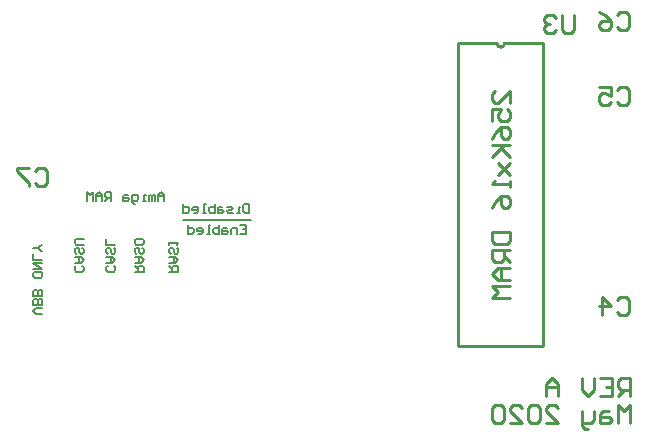
<source format=gbo>
G04 Layer_Color=13813960*
%FSLAX24Y24*%
%MOIN*%
G70*
G01*
G75*
%ADD13C,0.0100*%
%ADD23C,0.0060*%
%ADD32C,0.0050*%
D13*
X31100Y38200D02*
G03*
X31350Y38200I125J0D01*
G01*
X32650Y28107D02*
Y38200D01*
X29800Y28107D02*
X32650D01*
X29800D02*
Y38200D01*
X31075D01*
X31375D02*
X32650D01*
X31075D02*
X31100D01*
X31350D02*
X31475D01*
X35100Y29650D02*
X35200Y29750D01*
X35400D01*
X35500Y29650D01*
Y29250D01*
X35400Y29150D01*
X35200D01*
X35100Y29250D01*
X34600Y29150D02*
Y29750D01*
X34900Y29450D01*
X34500D01*
X35100Y36650D02*
X35200Y36750D01*
X35400D01*
X35500Y36650D01*
Y36250D01*
X35400Y36150D01*
X35200D01*
X35100Y36250D01*
X34500Y36750D02*
X34900D01*
Y36450D01*
X34700Y36550D01*
X34600D01*
X34500Y36450D01*
Y36250D01*
X34600Y36150D01*
X34800D01*
X34900Y36250D01*
X35100Y39150D02*
X35200Y39250D01*
X35400D01*
X35500Y39150D01*
Y38750D01*
X35400Y38650D01*
X35200D01*
X35100Y38750D01*
X34500Y39250D02*
X34700Y39150D01*
X34900Y38950D01*
Y38750D01*
X34800Y38650D01*
X34600D01*
X34500Y38750D01*
Y38850D01*
X34600Y38950D01*
X34900D01*
X31520Y36200D02*
Y36600D01*
X31120Y36200D01*
X31020D01*
X30920Y36300D01*
Y36500D01*
X31020Y36600D01*
X30920Y35600D02*
Y36000D01*
X31220D01*
X31120Y35800D01*
Y35700D01*
X31220Y35600D01*
X31420D01*
X31520Y35700D01*
Y35900D01*
X31420Y36000D01*
X30920Y35001D02*
X31020Y35200D01*
X31220Y35400D01*
X31420D01*
X31520Y35300D01*
Y35100D01*
X31420Y35001D01*
X31320D01*
X31220Y35100D01*
Y35400D01*
X30920Y34801D02*
X31520D01*
X31320D01*
X30920Y34401D01*
X31220Y34701D01*
X31520Y34401D01*
X31120Y34201D02*
X31520Y33801D01*
X31320Y34001D01*
X31120Y33801D01*
X31520Y34201D01*
Y33601D02*
Y33401D01*
Y33501D01*
X30920D01*
X31020Y33601D01*
X30920Y32701D02*
X31020Y32901D01*
X31220Y33101D01*
X31420D01*
X31520Y33001D01*
Y32801D01*
X31420Y32701D01*
X31320D01*
X31220Y32801D01*
Y33101D01*
X30920Y31902D02*
X31520D01*
Y31602D01*
X31420Y31502D01*
X31020D01*
X30920Y31602D01*
Y31902D01*
X31520Y31302D02*
X30920D01*
Y31002D01*
X31020Y30902D01*
X31220D01*
X31320Y31002D01*
Y31302D01*
Y31102D02*
X31520Y30902D01*
Y30702D02*
X31120D01*
X30920Y30502D01*
X31120Y30302D01*
X31520D01*
X31220D01*
Y30702D01*
X31520Y30102D02*
X30920D01*
X31120Y29902D01*
X30920Y29702D01*
X31520D01*
X33660Y39150D02*
Y38650D01*
X33560Y38550D01*
X33360D01*
X33260Y38650D01*
Y39150D01*
X33060Y39050D02*
X32960Y39150D01*
X32760D01*
X32660Y39050D01*
Y38950D01*
X32760Y38850D01*
X32860D01*
X32760D01*
X32660Y38750D01*
Y38650D01*
X32760Y38550D01*
X32960D01*
X33060Y38650D01*
X15700Y33950D02*
X15800Y34050D01*
X16000D01*
X16100Y33950D01*
Y33550D01*
X16000Y33450D01*
X15800D01*
X15700Y33550D01*
X15500Y34050D02*
X15100D01*
Y33950D01*
X15500Y33550D01*
Y33450D01*
X35550Y25550D02*
Y26150D01*
X35350Y25950D01*
X35150Y26150D01*
Y25550D01*
X34850Y25950D02*
X34650D01*
X34550Y25850D01*
Y25550D01*
X34850D01*
X34950Y25650D01*
X34850Y25750D01*
X34550D01*
X34350Y25950D02*
Y25650D01*
X34250Y25550D01*
X33951D01*
Y25450D01*
X34050Y25350D01*
X34150D01*
X33951Y25550D02*
Y25950D01*
X32751Y25550D02*
X33151D01*
X32751Y25950D01*
Y26050D01*
X32851Y26150D01*
X33051D01*
X33151Y26050D01*
X32551D02*
X32451Y26150D01*
X32251D01*
X32151Y26050D01*
Y25650D01*
X32251Y25550D01*
X32451D01*
X32551Y25650D01*
Y26050D01*
X31551Y25550D02*
X31951D01*
X31551Y25950D01*
Y26050D01*
X31651Y26150D01*
X31851D01*
X31951Y26050D01*
X31351D02*
X31251Y26150D01*
X31051D01*
X30951Y26050D01*
Y25650D01*
X31051Y25550D01*
X31251D01*
X31351Y25650D01*
Y26050D01*
X35550Y26450D02*
Y27050D01*
X35250D01*
X35150Y26950D01*
Y26750D01*
X35250Y26650D01*
X35550D01*
X35350D02*
X35150Y26450D01*
X34550Y27050D02*
X34950D01*
Y26450D01*
X34550D01*
X34950Y26750D02*
X34750D01*
X34350Y27050D02*
Y26650D01*
X34150Y26450D01*
X33951Y26650D01*
Y27050D01*
X33151Y26450D02*
Y26850D01*
X32951Y27050D01*
X32751Y26850D01*
Y26450D01*
Y26750D01*
X33151D01*
D23*
X18320Y30790D02*
X18370Y30740D01*
Y30640D01*
X18320Y30590D01*
X18120D01*
X18070Y30640D01*
Y30740D01*
X18120Y30790D01*
X18070Y30890D02*
X18270D01*
X18370Y30990D01*
X18270Y31090D01*
X18070D01*
X18220D01*
Y30890D01*
X18320Y31390D02*
X18370Y31340D01*
Y31240D01*
X18320Y31190D01*
X18270D01*
X18220Y31240D01*
Y31340D01*
X18170Y31390D01*
X18120D01*
X18070Y31340D01*
Y31240D01*
X18120Y31190D01*
X18370Y31490D02*
X18070D01*
Y31690D01*
X17270Y30790D02*
X17320Y30740D01*
Y30640D01*
X17270Y30590D01*
X17070D01*
X17020Y30640D01*
Y30740D01*
X17070Y30790D01*
X17020Y30890D02*
X17220D01*
X17320Y30990D01*
X17220Y31090D01*
X17020D01*
X17170D01*
Y30890D01*
X17270Y31390D02*
X17320Y31340D01*
Y31240D01*
X17270Y31190D01*
X17220D01*
X17170Y31240D01*
Y31340D01*
X17120Y31390D01*
X17070D01*
X17020Y31340D01*
Y31240D01*
X17070Y31190D01*
X17320Y31490D02*
X17070D01*
X17020Y31540D01*
Y31640D01*
X17070Y31690D01*
X17320D01*
X20170Y30590D02*
X20470D01*
Y30740D01*
X20420Y30790D01*
X20320D01*
X20270Y30740D01*
Y30590D01*
Y30690D02*
X20170Y30790D01*
Y30890D02*
X20370D01*
X20470Y30990D01*
X20370Y31090D01*
X20170D01*
X20320D01*
Y30890D01*
X20420Y31390D02*
X20470Y31340D01*
Y31240D01*
X20420Y31190D01*
X20370D01*
X20320Y31240D01*
Y31340D01*
X20270Y31390D01*
X20220D01*
X20170Y31340D01*
Y31240D01*
X20220Y31190D01*
X20170Y31490D02*
Y31590D01*
Y31540D01*
X20470D01*
X20420Y31490D01*
X19020Y30590D02*
X19320D01*
Y30740D01*
X19270Y30790D01*
X19170D01*
X19120Y30740D01*
Y30590D01*
Y30690D02*
X19020Y30790D01*
Y30890D02*
X19220D01*
X19320Y30990D01*
X19220Y31090D01*
X19020D01*
X19170D01*
Y30890D01*
X19270Y31390D02*
X19320Y31340D01*
Y31240D01*
X19270Y31190D01*
X19220D01*
X19170Y31240D01*
Y31340D01*
X19120Y31390D01*
X19070D01*
X19020Y31340D01*
Y31240D01*
X19070Y31190D01*
X19270Y31490D02*
X19320Y31540D01*
Y31640D01*
X19270Y31690D01*
X19070D01*
X19020Y31640D01*
Y31540D01*
X19070Y31490D01*
X19270D01*
X15950Y29190D02*
X15750D01*
X15650Y29290D01*
X15750Y29390D01*
X15950D01*
Y29490D02*
X15650D01*
Y29640D01*
X15700Y29690D01*
X15750D01*
X15800Y29640D01*
Y29490D01*
Y29640D01*
X15850Y29690D01*
X15900D01*
X15950Y29640D01*
Y29490D01*
Y29790D02*
X15650D01*
Y29940D01*
X15700Y29990D01*
X15750D01*
X15800Y29940D01*
Y29790D01*
Y29940D01*
X15850Y29990D01*
X15900D01*
X15950Y29940D01*
Y29790D01*
Y30540D02*
Y30440D01*
X15900Y30390D01*
X15700D01*
X15650Y30440D01*
Y30540D01*
X15700Y30590D01*
X15900D01*
X15950Y30540D01*
X15650Y30690D02*
X15950D01*
X15650Y30889D01*
X15950D01*
Y30989D02*
X15650D01*
Y31189D01*
X15950Y31289D02*
X15900D01*
X15800Y31389D01*
X15900Y31489D01*
X15950D01*
X15800Y31389D02*
X15650D01*
X20000Y32950D02*
Y33150D01*
X19900Y33250D01*
X19800Y33150D01*
Y32950D01*
Y33100D01*
X20000D01*
X19700Y32950D02*
Y33150D01*
X19650D01*
X19600Y33100D01*
Y32950D01*
Y33100D01*
X19550Y33150D01*
X19500Y33100D01*
Y32950D01*
X19400D02*
X19300D01*
X19350D01*
Y33150D01*
X19400D01*
X19050Y32850D02*
X19000D01*
X18950Y32900D01*
Y33150D01*
X19100D01*
X19150Y33100D01*
Y33000D01*
X19100Y32950D01*
X18950D01*
X18800Y33150D02*
X18700D01*
X18650Y33100D01*
Y32950D01*
X18800D01*
X18850Y33000D01*
X18800Y33050D01*
X18650D01*
X18251Y32950D02*
Y33250D01*
X18101D01*
X18051Y33200D01*
Y33100D01*
X18101Y33050D01*
X18251D01*
X18151D02*
X18051Y32950D01*
X17951D02*
Y33150D01*
X17851Y33250D01*
X17751Y33150D01*
Y32950D01*
Y33100D01*
X17951D01*
X17651Y32950D02*
Y33250D01*
X17551Y33150D01*
X17451Y33250D01*
Y32950D01*
X22850Y32850D02*
Y32550D01*
X22700D01*
X22650Y32600D01*
Y32800D01*
X22700Y32850D01*
X22850D01*
X22550Y32550D02*
X22450D01*
X22500D01*
Y32750D01*
X22550D01*
X22300Y32550D02*
X22150D01*
X22100Y32600D01*
X22150Y32650D01*
X22250D01*
X22300Y32700D01*
X22250Y32750D01*
X22100D01*
X21950D02*
X21850D01*
X21800Y32700D01*
Y32550D01*
X21950D01*
X22000Y32600D01*
X21950Y32650D01*
X21800D01*
X21700Y32850D02*
Y32550D01*
X21550D01*
X21500Y32600D01*
Y32650D01*
Y32700D01*
X21550Y32750D01*
X21700D01*
X21400Y32550D02*
X21300D01*
X21350D01*
Y32850D01*
X21400D01*
X21001Y32550D02*
X21101D01*
X21151Y32600D01*
Y32700D01*
X21101Y32750D01*
X21001D01*
X20951Y32700D01*
Y32650D01*
X21151D01*
X20651Y32850D02*
Y32550D01*
X20801D01*
X20851Y32600D01*
Y32700D01*
X20801Y32750D01*
X20651D01*
X22550Y32150D02*
X22750D01*
Y31850D01*
X22550D01*
X22750Y32000D02*
X22650D01*
X22450Y31850D02*
Y32050D01*
X22300D01*
X22250Y32000D01*
Y31850D01*
X22100Y32050D02*
X22000D01*
X21950Y32000D01*
Y31850D01*
X22100D01*
X22150Y31900D01*
X22100Y31950D01*
X21950D01*
X21850Y32150D02*
Y31850D01*
X21700D01*
X21650Y31900D01*
Y31950D01*
Y32000D01*
X21700Y32050D01*
X21850D01*
X21550Y31850D02*
X21450D01*
X21500D01*
Y32150D01*
X21550D01*
X21151Y31850D02*
X21250D01*
X21300Y31900D01*
Y32000D01*
X21250Y32050D01*
X21151D01*
X21101Y32000D01*
Y31950D01*
X21300D01*
X20801Y32150D02*
Y31850D01*
X20951D01*
X21001Y31900D01*
Y32000D01*
X20951Y32050D01*
X20801D01*
D32*
X20650Y32300D02*
X22900D01*
M02*

</source>
